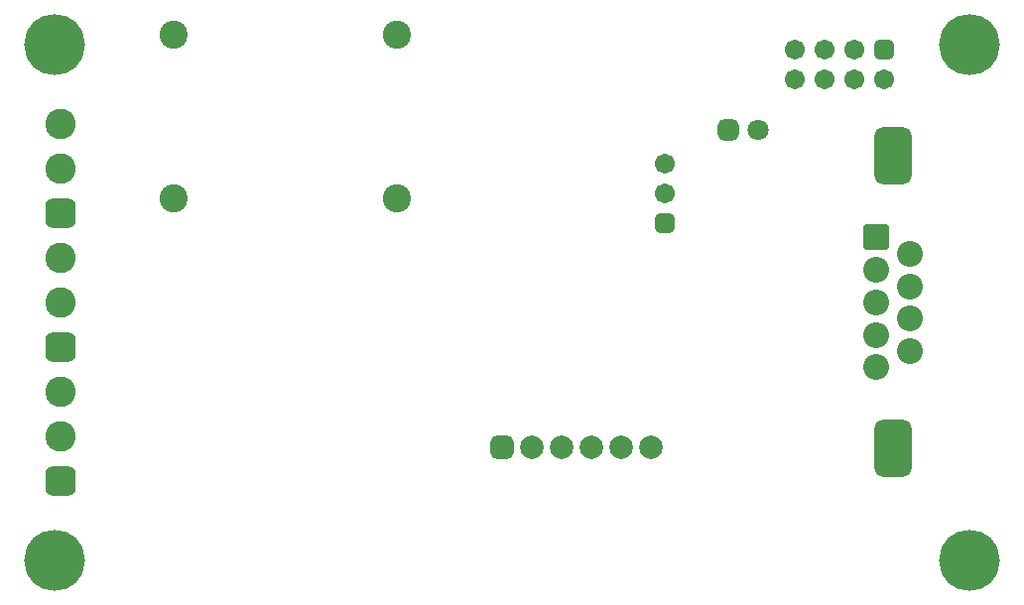
<source format=gbs>
G04*
G04 #@! TF.GenerationSoftware,Altium Limited,Altium Designer,21.2.1 (34)*
G04*
G04 Layer_Color=16711935*
%FSTAX24Y24*%
%MOIN*%
G70*
G04*
G04 #@! TF.SameCoordinates,6ED15E3A-B912-4763-B2B7-C2A7582740ED*
G04*
G04*
G04 #@! TF.FilePolarity,Negative*
G04*
G01*
G75*
G04:AMPARAMS|DCode=44|XSize=195.4mil|YSize=126.1mil|CornerRadius=33.5mil|HoleSize=0mil|Usage=FLASHONLY|Rotation=90.000|XOffset=0mil|YOffset=0mil|HoleType=Round|Shape=RoundedRectangle|*
%AMROUNDEDRECTD44*
21,1,0.1954,0.0591,0,0,90.0*
21,1,0.1283,0.1261,0,0,90.0*
1,1,0.0671,0.0295,0.0642*
1,1,0.0671,0.0295,-0.0642*
1,1,0.0671,-0.0295,-0.0642*
1,1,0.0671,-0.0295,0.0642*
%
%ADD44ROUNDEDRECTD44*%
%ADD45C,0.0867*%
G04:AMPARAMS|DCode=46|XSize=86.7mil|YSize=86.7mil|CornerRadius=11.9mil|HoleSize=0mil|Usage=FLASHONLY|Rotation=0.000|XOffset=0mil|YOffset=0mil|HoleType=Round|Shape=RoundedRectangle|*
%AMROUNDEDRECTD46*
21,1,0.0867,0.0630,0,0,0.0*
21,1,0.0630,0.0867,0,0,0.0*
1,1,0.0237,0.0315,-0.0315*
1,1,0.0237,-0.0315,-0.0315*
1,1,0.0237,-0.0315,0.0315*
1,1,0.0237,0.0315,0.0315*
%
%ADD46ROUNDEDRECTD46*%
G04:AMPARAMS|DCode=47|XSize=102.5mil|YSize=102.5mil|CornerRadius=27.6mil|HoleSize=0mil|Usage=FLASHONLY|Rotation=270.000|XOffset=0mil|YOffset=0mil|HoleType=Round|Shape=RoundedRectangle|*
%AMROUNDEDRECTD47*
21,1,0.1025,0.0472,0,0,270.0*
21,1,0.0472,0.1025,0,0,270.0*
1,1,0.0552,-0.0236,-0.0236*
1,1,0.0552,-0.0236,0.0236*
1,1,0.0552,0.0236,0.0236*
1,1,0.0552,0.0236,-0.0236*
%
%ADD47ROUNDEDRECTD47*%
%ADD48C,0.1025*%
%ADD49C,0.0946*%
G04:AMPARAMS|DCode=50|XSize=67.1mil|YSize=67.1mil|CornerRadius=18.8mil|HoleSize=0mil|Usage=FLASHONLY|Rotation=90.000|XOffset=0mil|YOffset=0mil|HoleType=Round|Shape=RoundedRectangle|*
%AMROUNDEDRECTD50*
21,1,0.0671,0.0295,0,0,90.0*
21,1,0.0295,0.0671,0,0,90.0*
1,1,0.0375,0.0148,0.0148*
1,1,0.0375,0.0148,-0.0148*
1,1,0.0375,-0.0148,-0.0148*
1,1,0.0375,-0.0148,0.0148*
%
%ADD50ROUNDEDRECTD50*%
%ADD51C,0.0671*%
G04:AMPARAMS|DCode=52|XSize=71mil|YSize=71mil|CornerRadius=19.7mil|HoleSize=0mil|Usage=FLASHONLY|Rotation=0.000|XOffset=0mil|YOffset=0mil|HoleType=Round|Shape=RoundedRectangle|*
%AMROUNDEDRECTD52*
21,1,0.0710,0.0315,0,0,0.0*
21,1,0.0315,0.0710,0,0,0.0*
1,1,0.0395,0.0157,-0.0157*
1,1,0.0395,-0.0157,-0.0157*
1,1,0.0395,-0.0157,0.0157*
1,1,0.0395,0.0157,0.0157*
%
%ADD52ROUNDEDRECTD52*%
%ADD53C,0.0710*%
G04:AMPARAMS|DCode=54|XSize=78.9mil|YSize=78.9mil|CornerRadius=21.7mil|HoleSize=0mil|Usage=FLASHONLY|Rotation=0.000|XOffset=0mil|YOffset=0mil|HoleType=Round|Shape=RoundedRectangle|*
%AMROUNDEDRECTD54*
21,1,0.0789,0.0354,0,0,0.0*
21,1,0.0354,0.0789,0,0,0.0*
1,1,0.0434,0.0177,-0.0177*
1,1,0.0434,-0.0177,-0.0177*
1,1,0.0434,-0.0177,0.0177*
1,1,0.0434,0.0177,0.0177*
%
%ADD54ROUNDEDRECTD54*%
%ADD55C,0.0789*%
G04:AMPARAMS|DCode=56|XSize=67.1mil|YSize=67.1mil|CornerRadius=18.8mil|HoleSize=0mil|Usage=FLASHONLY|Rotation=180.000|XOffset=0mil|YOffset=0mil|HoleType=Round|Shape=RoundedRectangle|*
%AMROUNDEDRECTD56*
21,1,0.0671,0.0295,0,0,180.0*
21,1,0.0295,0.0671,0,0,180.0*
1,1,0.0375,-0.0148,0.0148*
1,1,0.0375,0.0148,0.0148*
1,1,0.0375,0.0148,-0.0148*
1,1,0.0375,-0.0148,-0.0148*
%
%ADD56ROUNDEDRECTD56*%
%ADD57C,0.2049*%
D44*
X047031Y029612D02*
D03*
Y019773D02*
D03*
D45*
X046472Y022511D02*
D03*
X04759Y023057D02*
D03*
X046472Y023602D02*
D03*
X04759Y024147D02*
D03*
X046472Y024693D02*
D03*
X04759Y025238D02*
D03*
X046472Y025783D02*
D03*
X04759Y026328D02*
D03*
D46*
X046472Y026874D02*
D03*
D47*
X019078Y023193D02*
D03*
Y018693D02*
D03*
Y027693D02*
D03*
D48*
Y024692D02*
D03*
Y026193D02*
D03*
Y020192D02*
D03*
Y021693D02*
D03*
Y029192D02*
D03*
Y030693D02*
D03*
D49*
X030363Y033692D02*
D03*
X022883D02*
D03*
X030363Y02818D02*
D03*
X022883D02*
D03*
D50*
X03938Y027367D02*
D03*
D51*
Y028367D02*
D03*
Y029367D02*
D03*
X043741Y032205D02*
D03*
Y033205D02*
D03*
X044741Y032205D02*
D03*
Y033205D02*
D03*
X045741Y032205D02*
D03*
Y033205D02*
D03*
X046741Y032205D02*
D03*
D52*
X041491Y03048D02*
D03*
D53*
X042491D02*
D03*
D54*
X033904Y019838D02*
D03*
D55*
X034904D02*
D03*
X035904D02*
D03*
X036904D02*
D03*
X037904D02*
D03*
X038904D02*
D03*
D56*
X046741Y033205D02*
D03*
D57*
X018881Y033354D02*
D03*
X04959Y016031D02*
D03*
X018881D02*
D03*
X04959Y033354D02*
D03*
M02*

</source>
